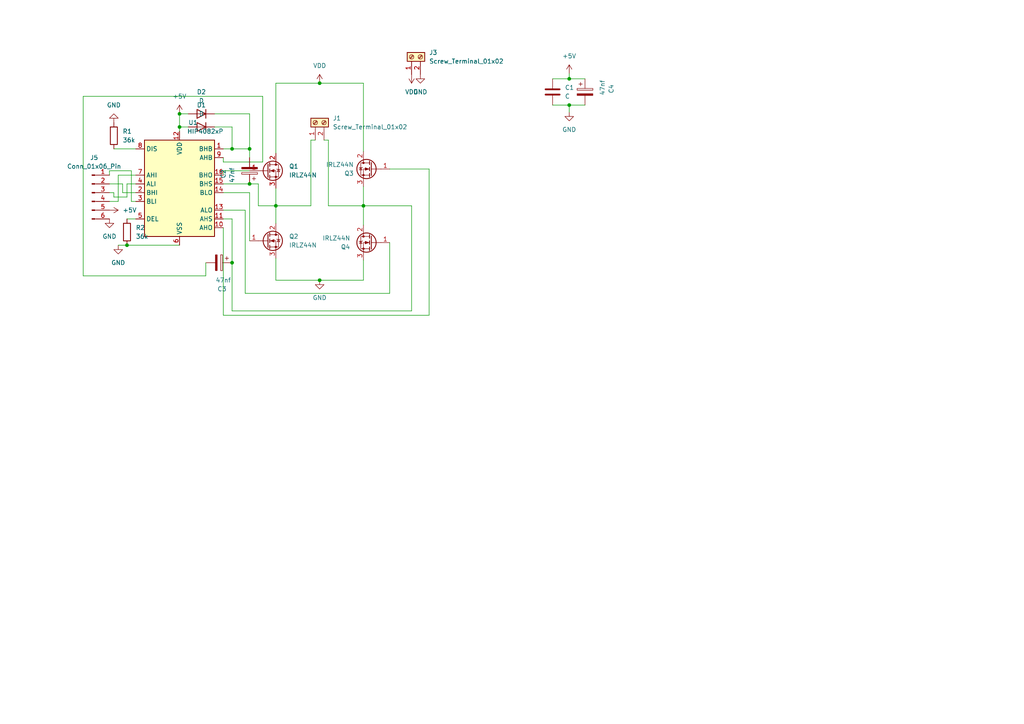
<source format=kicad_sch>
(kicad_sch (version 20230121) (generator eeschema)
  (paper "A4")
  (lib_symbols
    (symbol "Connector:Conn_01x06_Pin" (pin_names (offset 1.016) hide)
      (property "Reference" "J" (at 0 7.62 0))
      (property "Value" "Conn_01x06_Pin" (at 0 -10.16 0))
      (symbol "Conn_01x06_Pin_1_1"
        (polyline (pts (xy 1.27 -7.62) (xy 0.8636 -7.62)) (stroke (width 0.1524)))
        (polyline (pts (xy 1.27 -5.08) (xy 0.8636 -5.08)) (stroke (width 0.1524)))
        (polyline (pts (xy 1.27 -2.54) (xy 0.8636 -2.54)) (stroke (width 0.1524)))
        (polyline (pts (xy 1.27 0) (xy 0.8636 0)) (stroke (width 0.1524)))
        (polyline (pts (xy 1.27 2.54) (xy 0.8636 2.54)) (stroke (width 0.1524)))
        (polyline (pts (xy 1.27 5.08) (xy 0.8636 5.08)) (stroke (width 0.1524)))
        (rectangle (start 0.8636 -7.493) (end 0 -7.747) (stroke (width 0.1524)) (fill (type outline)))
        (rectangle (start 0.8636 -4.953) (end 0 -5.207) (stroke (width 0.1524)) (fill (type outline)))
        (rectangle (start 0.8636 -2.413) (end 0 -2.667) (stroke (width 0.1524)) (fill (type outline)))
        (rectangle (start 0.8636 0.127) (end 0 -0.127) (stroke (width 0.1524)) (fill (type outline)))
        (rectangle (start 0.8636 2.667) (end 0 2.413) (stroke (width 0.1524)) (fill (type outline)))
        (rectangle (start 0.8636 5.207) (end 0 4.953) (stroke (width 0.1524)) (fill (type outline)))
        (pin passive line (at 5.08 5.08 180) (length 3.81) (name "Pin_1") (number "1"))
        (pin passive line (at 5.08 2.54 180) (length 3.81) (name "Pin_2") (number "2"))
        (pin passive line (at 5.08 0 180) (length 3.81) (name "Pin_3") (number "3"))
        (pin passive line (at 5.08 -2.54 180) (length 3.81) (name "Pin_4") (number "4"))
        (pin passive line (at 5.08 -5.08 180) (length 3.81) (name "Pin_5") (number "5"))
        (pin passive line (at 5.08 -7.62 180) (length 3.81) (name "Pin_6") (number "6"))
      )
    )
    (symbol "Connector:Screw_Terminal_01x02" (pin_names (offset 1.016) hide)
      (property "Reference" "J" (at 0 2.54 0))
      (property "Value" "Screw_Terminal_01x02" (at 0 -5.08 0))
      (symbol "Screw_Terminal_01x02_1_1"
        (rectangle (start -1.27 1.27) (end 1.27 -3.81) (stroke (width 0.254)) (fill (type background)))
        (circle (center 0 -2.54) (radius 0.635) (stroke (width 0.1524)))
        (polyline (pts (xy -0.5334 -2.2098) (xy 0.3302 -3.048)) (stroke (width 0.1524)))
        (polyline (pts (xy -0.5334 0.3302) (xy 0.3302 -0.508)) (stroke (width 0.1524)))
        (polyline (pts (xy -0.3556 -2.032) (xy 0.508 -2.8702)) (stroke (width 0.1524)))
        (polyline (pts (xy -0.3556 0.508) (xy 0.508 -0.3302)) (stroke (width 0.1524)))
        (circle (center 0 0) (radius 0.635) (stroke (width 0.1524)))
        (pin passive line (at -5.08 0 0) (length 3.81) (name "Pin_1") (number "1"))
        (pin passive line (at -5.08 -2.54 0) (length 3.81) (name "Pin_2") (number "2"))
      )
    )
    (symbol "Device:C" (pin_numbers hide) (pin_names (offset 0.254))
      (property "Reference" "C" (at 0.635 2.54 0))
      (property "Value" "C" (at 0.635 -2.54 0))
      (symbol "C_0_1"
        (polyline (pts (xy -2.032 -0.762) (xy 2.032 -0.762)) (stroke (width 0.508)))
        (polyline (pts (xy -2.032 0.762) (xy 2.032 0.762)) (stroke (width 0.508)))
      )
      (symbol "C_1_1"
        (pin passive line (at 0 3.81 270) (length 2.794) (name "~") (number "1"))
        (pin passive line (at 0 -3.81 90) (length 2.794) (name "~") (number "2"))
      )
    )
    (symbol "Device:C_Polarized" (pin_numbers hide) (pin_names (offset 0.254))
      (property "Reference" "C" (at 0.635 2.54 0))
      (property "Value" "C_Polarized" (at 0.635 -2.54 0))
      (symbol "C_Polarized_0_1"
        (rectangle (start -2.286 0.508) (end 2.286 1.016))
        (polyline (pts (xy -1.778 2.286) (xy -0.762 2.286)))
        (polyline (pts (xy -1.27 2.794) (xy -1.27 1.778)))
        (rectangle (start 2.286 -0.508) (end -2.286 -1.016) (fill (type outline)))
      )
      (symbol "C_Polarized_1_1"
        (pin passive line (at 0 3.81 270) (length 2.794) (name "~") (number "1"))
        (pin passive line (at 0 -3.81 90) (length 2.794) (name "~") (number "2"))
      )
    )
    (symbol "Device:D" (pin_numbers hide) (pin_names (offset 1.016) hide)
      (property "Reference" "D" (at 0 2.54 0))
      (property "Value" "D" (at 0 -2.54 0))
      (symbol "D_0_1"
        (polyline (pts (xy -1.27 1.27) (xy -1.27 -1.27)) (stroke (width 0.254)))
        (polyline (pts (xy 1.27 0) (xy -1.27 0)))
        (polyline (pts (xy 1.27 1.27) (xy 1.27 -1.27) (xy -1.27 0) (xy 1.27 1.27)) (stroke (width 0.254)))
      )
      (symbol "D_1_1"
        (pin passive line (at -3.81 0 0) (length 2.54) (name "K") (number "1"))
        (pin passive line (at 3.81 0 180) (length 2.54) (name "A") (number "2"))
      )
    )
    (symbol "Device:R" (pin_numbers hide) (pin_names (offset 0))
      (property "Reference" "R" (at 2.032 0 90))
      (property "Value" "R" (at 0 0 90))
      (symbol "R_0_1"
        (rectangle (start -1.016 -2.54) (end 1.016 2.54) (stroke (width 0.254)))
      )
      (symbol "R_1_1"
        (pin passive line (at 0 3.81 270) (length 1.27) (name "~") (number "1"))
        (pin passive line (at 0 -3.81 90) (length 1.27) (name "~") (number "2"))
      )
    )
    (symbol "Driver_FET:HIP4082xP"
      (property "Reference" "U" (at 2.54 16.51 0))
      (property "Value" "HIP4082xP" (at 2.54 13.97 0))
      (symbol "HIP4082xP_0_0"
        (pin passive line (at -12.7 -10.16 0) (length 2.54) (name "DEL") (number "5"))
      )
      (symbol "HIP4082xP_1_1"
        (rectangle (start -10.16 -15.24) (end 10.16 12.7) (stroke (width 0.254)) (fill (type background)))
        (pin input line (at 12.7 10.16 180) (length 2.54) (name "BHB") (number "1"))
        (pin output line (at 12.7 -12.7 180) (length 2.54) (name "AHO") (number "10"))
        (pin passive line (at 12.7 -10.16 180) (length 2.54) (name "AHS") (number "11"))
        (pin power_in line (at 0 15.24 270) (length 2.54) (name "VDD") (number "12"))
        (pin output line (at 12.7 -7.62 180) (length 2.54) (name "ALO") (number "13"))
        (pin output line (at 12.7 -2.54 180) (length 2.54) (name "BLO") (number "14"))
        (pin passive line (at 12.7 0 180) (length 2.54) (name "BHS") (number "15"))
        (pin output line (at 12.7 2.54 180) (length 2.54) (name "BHO") (number "16"))
        (pin input line (at -12.7 -2.54 0) (length 2.54) (name "BHI") (number "2"))
        (pin input line (at -12.7 -5.08 0) (length 2.54) (name "BLI") (number "3"))
        (pin input line (at -12.7 0 0) (length 2.54) (name "ALI") (number "4"))
        (pin power_in line (at 0 -17.78 90) (length 2.54) (name "VSS") (number "6"))
        (pin input line (at -12.7 2.54 0) (length 2.54) (name "AHI") (number "7"))
        (pin input line (at -12.7 10.16 0) (length 2.54) (name "DIS") (number "8"))
        (pin input line (at 12.7 7.62 180) (length 2.54) (name "AHB") (number "9"))
      )
    )
    (symbol "Transistor_FET:IRLZ44N" (pin_names hide)
      (property "Reference" "Q" (at 6.35 1.905 0))
      (property "Value" "IRLZ44N" (at 6.35 0 0))
      (symbol "IRLZ44N_0_1"
        (polyline (pts (xy 0.254 0) (xy -2.54 0)))
        (polyline (pts (xy 0.254 1.905) (xy 0.254 -1.905)) (stroke (width 0.254)))
        (polyline (pts (xy 0.762 -1.27) (xy 0.762 -2.286)) (stroke (width 0.254)))
        (polyline (pts (xy 0.762 0.508) (xy 0.762 -0.508)) (stroke (width 0.254)))
        (polyline (pts (xy 0.762 2.286) (xy 0.762 1.27)) (stroke (width 0.254)))
        (polyline (pts (xy 2.54 2.54) (xy 2.54 1.778)))
        (polyline (pts (xy 2.54 -2.54) (xy 2.54 0) (xy 0.762 0)))
        (polyline (pts (xy 0.762 -1.778) (xy 3.302 -1.778) (xy 3.302 1.778) (xy 0.762 1.778)))
        (polyline (pts (xy 1.016 0) (xy 2.032 0.381) (xy 2.032 -0.381) (xy 1.016 0)) (fill (type outline)))
        (polyline (pts (xy 2.794 0.508) (xy 2.921 0.381) (xy 3.683 0.381) (xy 3.81 0.254)))
        (polyline (pts (xy 3.302 0.381) (xy 2.921 -0.254) (xy 3.683 -0.254) (xy 3.302 0.381)))
        (circle (center 1.651 0) (radius 2.794) (stroke (width 0.254)))
        (circle (center 2.54 -1.778) (radius 0.254) (fill (type outline)))
        (circle (center 2.54 1.778) (radius 0.254) (fill (type outline)))
      )
      (symbol "IRLZ44N_1_1"
        (pin input line (at -5.08 0 0) (length 2.54) (name "G") (number "1"))
        (pin passive line (at 2.54 5.08 270) (length 2.54) (name "D") (number "2"))
        (pin passive line (at 2.54 -5.08 90) (length 2.54) (name "S") (number "3"))
      )
    )
    (symbol "power:+5V" (power) (pin_names (offset 0))
      (property "Value" "+5V" (at 0 3.556 0))
      (symbol "+5V_0_1"
        (polyline (pts (xy -0.762 1.27) (xy 0 2.54)))
        (polyline (pts (xy 0 0) (xy 0 2.54)))
        (polyline (pts (xy 0 2.54) (xy 0.762 1.27)))
      )
      (symbol "+5V_1_1"
        (pin power_in line (at 0 0 90) (length 0) hide (name "+5V") (number "1"))
      )
    )
    (symbol "power:GND" (power) (pin_names (offset 0))
      (property "Value" "GND" (at 0 -3.81 0))
      (symbol "GND_0_1"
        (polyline (pts (xy 0 0) (xy 0 -1.27) (xy 1.27 -1.27) (xy 0 -2.54) (xy -1.27 -1.27) (xy 0 -1.27)))
      )
      (symbol "GND_1_1"
        (pin power_in line (at 0 0 270) (length 0) hide (name "GND") (number "1"))
      )
    )
    (symbol "power:VDD" (power) (pin_names (offset 0))
      (property "Value" "VDD" (at 0 3.81 0))
      (symbol "VDD_0_1"
        (polyline (pts (xy -0.762 1.27) (xy 0 2.54)))
        (polyline (pts (xy 0 0) (xy 0 2.54)))
        (polyline (pts (xy 0 2.54) (xy 0.762 1.27)))
      )
      (symbol "VDD_1_1"
        (pin power_in line (at 0 0 90) (length 0) hide (name "VDD") (number "1"))
      )
    )
  )
  (junction (at 52.07 33.02))
  (junction (at 52.07 36.83))
  (junction (at 165.1 22.86))
  (junction (at 92.71 81.28))
  (junction (at 67.31 76.2))
  (junction (at 72.39 43.18))
  (junction (at 92.71 24.13))
  (junction (at 80.01 59.69))
  (junction (at 67.31 43.18))
  (junction (at 165.1 30.48))
  (junction (at 36.83 71.12))
  (junction (at 72.39 53.34))
  (junction (at 105.41 59.69))
  (wire (pts (xy 90.17 40.64) (xy 91.44 40.64)))
  (wire (pts (xy 24.13 27.94) (xy 76.2 27.94)))
  (wire (pts (xy 67.31 43.18) (xy 72.39 43.18)))
  (wire (pts (xy 74.93 59.69) (xy 74.93 53.34)))
  (wire (pts (xy 67.31 63.5) (xy 64.77 63.5)))
  (wire (pts (xy 95.25 59.69) (xy 105.41 59.69)))
  (wire (pts (xy 72.39 53.34) (xy 74.93 53.34)))
  (wire (pts (xy 38.1 58.42) (xy 38.1 49.53)))
  (wire (pts (xy 31.75 49.53) (xy 31.75 50.8)))
  (wire (pts (xy 80.01 54.61) (xy 80.01 59.69)))
  (wire (pts (xy 36.83 71.12) (xy 34.29 71.12)))
  (wire (pts (xy 36.83 63.5) (xy 39.37 63.5)))
  (wire (pts (xy 124.46 91.44) (xy 64.77 91.44)))
  (wire (pts (xy 64.77 53.34) (xy 72.39 53.34)))
  (wire (pts (xy 80.01 81.28) (xy 92.71 81.28)))
  (wire (pts (xy 105.41 75.438) (xy 105.41 81.28)))
  (wire (pts (xy 160.274 30.48) (xy 165.1 30.48)))
  (wire (pts (xy 113.03 70.358) (xy 113.03 85.09)))
  (wire (pts (xy 165.1 30.48) (xy 169.672 30.48)))
  (wire (pts (xy 72.39 43.18) (xy 72.39 33.02)))
  (wire (pts (xy 105.41 59.69) (xy 105.41 65.278)))
  (wire (pts (xy 64.77 60.96) (xy 71.12 60.96)))
  (wire (pts (xy 165.1 22.86) (xy 169.672 22.86)))
  (wire (pts (xy 90.17 59.69) (xy 90.17 40.64)))
  (wire (pts (xy 36.83 71.12) (xy 52.07 71.12)))
  (wire (pts (xy 67.31 76.2) (xy 67.31 63.5)))
  (wire (pts (xy 24.13 80.01) (xy 24.13 27.94)))
  (wire (pts (xy 33.02 55.88) (xy 33.02 57.15)))
  (wire (pts (xy 93.98 40.64) (xy 95.25 40.64)))
  (wire (pts (xy 72.39 55.88) (xy 64.77 55.88)))
  (wire (pts (xy 105.41 54.102) (xy 105.41 59.69)))
  (wire (pts (xy 59.69 76.2) (xy 59.69 80.01)))
  (wire (pts (xy 34.29 50.8) (xy 34.29 58.42)))
  (wire (pts (xy 31.75 55.88) (xy 33.02 55.88)))
  (wire (pts (xy 76.2 46.99) (xy 64.77 46.99)))
  (wire (pts (xy 119.38 59.69) (xy 119.38 90.17)))
  (wire (pts (xy 80.01 24.13) (xy 92.71 24.13)))
  (wire (pts (xy 72.39 45.72) (xy 72.39 43.18)))
  (wire (pts (xy 165.1 22.86) (xy 160.274 22.86)))
  (wire (pts (xy 59.69 80.01) (xy 24.13 80.01)))
  (wire (pts (xy 64.77 91.44) (xy 64.77 66.04)))
  (wire (pts (xy 80.01 44.45) (xy 80.01 24.13)))
  (wire (pts (xy 105.41 43.942) (xy 105.41 24.13)))
  (wire (pts (xy 64.77 43.18) (xy 67.31 43.18)))
  (wire (pts (xy 31.75 53.34) (xy 35.56 53.34)))
  (wire (pts (xy 62.23 36.83) (xy 67.31 36.83)))
  (wire (pts (xy 52.07 36.83) (xy 52.07 38.1)))
  (wire (pts (xy 36.83 53.34) (xy 39.37 53.34)))
  (wire (pts (xy 71.12 85.09) (xy 113.03 85.09)))
  (wire (pts (xy 35.56 53.34) (xy 35.56 55.88)))
  (wire (pts (xy 95.25 40.64) (xy 95.25 59.69)))
  (wire (pts (xy 105.41 59.69) (xy 119.38 59.69)))
  (wire (pts (xy 36.83 57.15) (xy 36.83 53.34)))
  (wire (pts (xy 35.56 55.88) (xy 39.37 55.88)))
  (wire (pts (xy 165.1 21.336) (xy 165.1 22.86)))
  (wire (pts (xy 80.01 59.69) (xy 74.93 59.69)))
  (wire (pts (xy 80.01 59.69) (xy 90.17 59.69)))
  (wire (pts (xy 72.39 49.53) (xy 64.77 49.53)))
  (wire (pts (xy 64.77 49.53) (xy 64.77 50.8)))
  (wire (pts (xy 76.2 27.94) (xy 76.2 46.99)))
  (wire (pts (xy 113.03 49.022) (xy 124.46 49.022)))
  (wire (pts (xy 165.1 32.512) (xy 165.1 30.48)))
  (wire (pts (xy 64.77 46.99) (xy 64.77 45.72)))
  (wire (pts (xy 80.01 74.93) (xy 80.01 81.28)))
  (wire (pts (xy 62.23 33.02) (xy 72.39 33.02)))
  (wire (pts (xy 72.39 69.85) (xy 72.39 55.88)))
  (wire (pts (xy 38.1 49.53) (xy 31.75 49.53)))
  (wire (pts (xy 33.02 43.18) (xy 39.37 43.18)))
  (wire (pts (xy 67.31 90.17) (xy 67.31 76.2)))
  (wire (pts (xy 39.37 50.8) (xy 34.29 50.8)))
  (wire (pts (xy 52.07 33.02) (xy 52.07 36.83)))
  (wire (pts (xy 119.38 90.17) (xy 67.31 90.17)))
  (wire (pts (xy 54.61 33.02) (xy 52.07 33.02)))
  (wire (pts (xy 71.12 60.96) (xy 71.12 85.09)))
  (wire (pts (xy 92.71 81.28) (xy 105.41 81.28)))
  (wire (pts (xy 39.37 58.42) (xy 38.1 58.42)))
  (wire (pts (xy 31.75 58.42) (xy 34.29 58.42)))
  (wire (pts (xy 92.71 24.13) (xy 105.41 24.13)))
  (wire (pts (xy 54.61 36.83) (xy 52.07 36.83)))
  (wire (pts (xy 124.46 49.022) (xy 124.46 91.44)))
  (wire (pts (xy 67.31 36.83) (xy 67.31 43.18)))
  (wire (pts (xy 80.01 59.69) (xy 80.01 64.77)))
  (wire (pts (xy 33.02 57.15) (xy 36.83 57.15)))
  (symbol (lib_id "Connector:Screw_Terminal_01x02") (at 91.44 35.56 90) (unit 1)
    (property "Reference" "J1" (at 96.52 34.29 90) (effects (justify right)))
    (property "Value" "Screw_Terminal_01x02" (at 96.52 36.83 90) (effects (justify right)))
    (property "Footprint" "TerminalBlock:TerminalBlock_bornier-2_P5.08mm" (effects hide))
  )
  (symbol (lib_id "Device:C_Polarized") (at 63.5 76.2 270) (unit 1)
    (property "Reference" "C3" (at 64.389 83.82 90))
    (property "Value" "47nf" (at 64.77 81.28 90))
    (property "Footprint" "Capacitor_THT:CP_Radial_D8.0mm_P3.80mm" (effects hide))
  )
  (symbol (lib_id "Transistor_FET:IRLZ44N") (at 77.47 69.85 0) (unit 1)
    (property "Reference" "Q2" (at 83.82 68.58 0) (effects (justify left)))
    (property "Value" "IRLZ44N" (at 83.82 71.12 0) (effects (justify left)))
    (property "Footprint" "Package_TO_SOT_THT:TO-220-3_Vertical" (effects hide))
    (property "Datasheet" "http://www.irf.com/product-info/datasheets/data/irlz44n.pdf" (effects hide))
  )
  (symbol (lib_id "Transistor_FET:IRLZ44N") (at 77.47 49.53 0) (unit 1)
    (property "Reference" "Q1" (at 83.82 48.26 0) (effects (justify left)))
    (property "Value" "IRLZ44N" (at 83.82 50.8 0) (effects (justify left)))
    (property "Footprint" "Package_TO_SOT_THT:TO-220-3_Vertical" (effects hide))
    (property "Datasheet" "http://www.irf.com/product-info/datasheets/data/irlz44n.pdf" (effects hide))
  )
  (symbol (lib_id "Transistor_FET:IRLZ44N") (at 107.95 49.022 0) (mirror y) (unit 1)
    (property "Reference" "Q3" (at 102.616 50.292 0) (effects (justify left)))
    (property "Value" "IRLZ44N" (at 102.616 47.752 0) (effects (justify left)))
    (property "Footprint" "Package_TO_SOT_THT:TO-220-3_Vertical" (effects hide))
    (property "Datasheet" "http://www.irf.com/product-info/datasheets/data/irlz44n.pdf" (effects hide))
  )
  (symbol (lib_id "Device:D") (at 58.42 36.83 180) (unit 1)
    (property "Reference" "D1" (at 58.42 30.48 0))
    (property "Value" "D" (at 58.42 33.02 0))
    (property "Footprint" "Diode_THT:D_DO-15_P15.24mm_Horizontal" (effects hide))
    (property "Sim.Device" "D" (effects hide))
    (property "Sim.Pins" "1=K 2=A" (effects hide))
  )
  (symbol (lib_id "power:GND") (at 33.02 35.56 180) (unit 1)
    (property "Reference" "#PWR03" (effects hide))
    (property "Value" "GND" (at 33.02 30.48 0))
  )
  (symbol (lib_id "Device:R") (at 36.83 67.31 0) (unit 1)
    (property "Reference" "R2" (at 39.37 66.04 0) (effects (justify left)))
    (property "Value" "36k" (at 39.37 68.58 0) (effects (justify left)))
    (property "Footprint" "Resistor_THT:R_Axial_DIN0309_L9.0mm_D3.2mm_P12.70mm_Horizontal" (effects hide))
  )
  (symbol (lib_id "power:GND") (at 121.92 21.59 0) (unit 1)
    (property "Reference" "#PWR07" (effects hide))
    (property "Value" "GND" (at 121.92 26.67 0))
  )
  (symbol (lib_id "Device:D") (at 58.42 33.02 180) (unit 1)
    (property "Reference" "D2" (at 58.42 26.67 0))
    (property "Value" "D" (at 58.42 29.21 0))
    (property "Footprint" "Diode_THT:D_DO-15_P15.24mm_Horizontal" (effects hide))
    (property "Sim.Device" "D" (effects hide))
    (property "Sim.Pins" "1=K 2=A" (effects hide))
  )
  (symbol (lib_id "Device:C_Polarized") (at 72.39 49.53 180) (unit 1)
    (property "Reference" "C2" (at 64.77 50.419 90))
    (property "Value" "47nf" (at 67.31 50.8 90))
    (property "Footprint" "Capacitor_THT:CP_Radial_D8.0mm_P3.80mm" (effects hide))
  )
  (symbol (lib_id "Device:R") (at 33.02 39.37 0) (unit 1)
    (property "Reference" "R1" (at 35.56 38.1 0) (effects (justify left)))
    (property "Value" "36k" (at 35.56 40.64 0) (effects (justify left)))
    (property "Footprint" "Resistor_THT:R_Axial_DIN0309_L9.0mm_D3.2mm_P12.70mm_Horizontal" (effects hide))
  )
  (symbol (lib_id "Device:C_Polarized") (at 169.672 26.67 0) (unit 1)
    (property "Reference" "C4" (at 177.292 25.781 90))
    (property "Value" "47nf" (at 174.752 25.4 90))
    (property "Footprint" "Capacitor_THT:CP_Radial_D8.0mm_P3.80mm" (effects hide))
  )
  (symbol (lib_id "Device:C") (at 160.274 26.67 0) (unit 1)
    (property "Reference" "C1" (at 163.83 25.4 0) (effects (justify left)))
    (property "Value" "C" (at 163.83 27.94 0) (effects (justify left)))
    (property "Footprint" "Capacitor_THT:C_Axial_L5.1mm_D3.1mm_P10.00mm_Horizontal" (effects hide))
  )
  (symbol (lib_id "power:GND") (at 92.71 81.28 0) (unit 1)
    (property "Reference" "#PWR02" (effects hide))
    (property "Value" "GND" (at 92.71 86.36 0))
  )
  (symbol (lib_id "power:+5V") (at 31.75 60.96 270) (unit 1)
    (property "Reference" "#PWR010" (effects hide))
    (property "Value" "+5V" (at 35.56 60.96 90) (effects (justify left)))
  )
  (symbol (lib_id "Connector:Conn_01x06_Pin") (at 26.67 55.88 0) (unit 1)
    (property "Reference" "J5" (at 27.305 45.72 0))
    (property "Value" "Conn_01x06_Pin" (at 27.305 48.26 0))
    (property "Footprint" "Connector_PinSocket_2.54mm:PinSocket_1x06_P2.54mm_Vertical" (effects hide))
  )
  (symbol (lib_id "Driver_FET:HIP4082xP") (at 52.07 53.34 0) (unit 1)
    (property "Reference" "U1" (at 54.61 35.56 0) (effects (justify left)))
    (property "Value" "HIP4082xP" (at 54.2641 38.1 0) (effects (justify left)))
    (property "Footprint" "Package_DIP:DIP-16_W7.62mm" (effects hide))
    (property "Datasheet" "https://www.renesas.com/www/doc/datasheet/hip4082.pdf" (effects hide))
  )
  (symbol (lib_id "power:+5V") (at 165.1 21.336 0) (unit 1)
    (property "Reference" "#PWR08" (effects hide))
    (property "Value" "+5V" (at 165.1 16.256 0))
  )
  (symbol (lib_id "power:VDD") (at 92.71 24.13 0) (unit 1)
    (property "Reference" "#PWR01" (effects hide))
    (property "Value" "VDD" (at 92.71 19.05 0))
  )
  (symbol (lib_id "power:GND") (at 165.1 32.512 0) (unit 1)
    (property "Reference" "#PWR09" (effects hide))
    (property "Value" "GND" (at 165.1 37.592 0))
  )
  (symbol (lib_id "power:+5V") (at 52.07 33.02 0) (unit 1)
    (property "Reference" "#PWR04" (effects hide))
    (property "Value" "+5V" (at 52.07 27.94 0))
  )
  (symbol (lib_id "power:VDD") (at 119.38 21.59 180) (unit 1)
    (property "Reference" "#PWR06" (effects hide))
    (property "Value" "VDD" (at 119.38 26.67 0))
  )
  (symbol (lib_id "power:GND") (at 34.29 71.12 0) (unit 1)
    (property "Reference" "#PWR05" (effects hide))
    (property "Value" "GND" (at 34.29 76.2 0))
  )
  (symbol (lib_id "Transistor_FET:IRLZ44N") (at 107.95 70.358 0) (mirror y) (unit 1)
    (property "Reference" "Q4" (at 101.6 71.628 0) (effects (justify left)))
    (property "Value" "IRLZ44N" (at 101.6 69.088 0) (effects (justify left)))
    (property "Footprint" "Package_TO_SOT_THT:TO-220-3_Vertical" (effects hide))
    (property "Datasheet" "http://www.irf.com/product-info/datasheets/data/irlz44n.pdf" (effects hide))
  )
  (symbol (lib_id "Connector:Screw_Terminal_01x02") (at 119.38 16.51 90) (unit 1)
    (property "Reference" "J3" (at 124.46 15.24 90) (effects (justify right)))
    (property "Value" "Screw_Terminal_01x02" (at 124.46 17.78 90) (effects (justify right)))
    (property "Footprint" "TerminalBlock:TerminalBlock_bornier-2_P5.08mm" (effects hide))
  )
  (symbol (lib_id "power:GND") (at 31.75 63.5 0) (unit 1)
    (property "Reference" "#PWR011" (effects hide))
    (property "Value" "GND" (at 31.75 68.58 0))
  )
)
</source>
